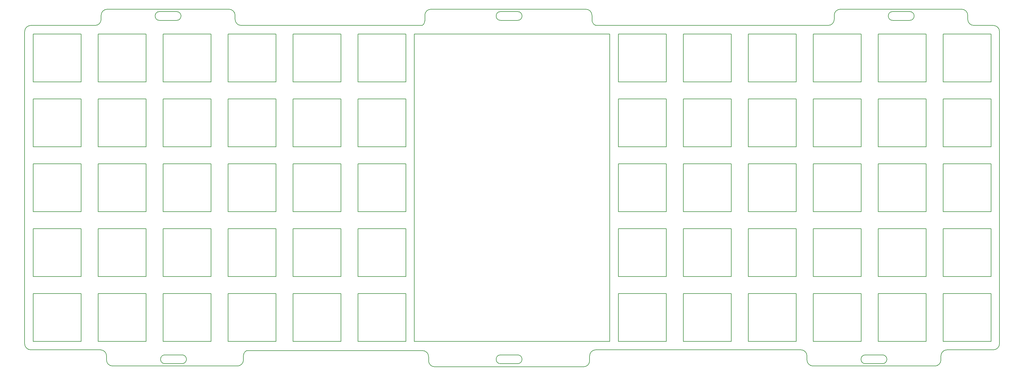
<source format=gm1>
G04 #@! TF.GenerationSoftware,KiCad,Pcbnew,(6.0.10)*
G04 #@! TF.CreationDate,2023-11-27T13:53:15-05:00*
G04 #@! TF.ProjectId,tofu60-plate,746f6675-3630-42d7-906c-6174652e6b69,rev?*
G04 #@! TF.SameCoordinates,Original*
G04 #@! TF.FileFunction,Profile,NP*
%FSLAX46Y46*%
G04 Gerber Fmt 4.6, Leading zero omitted, Abs format (unit mm)*
G04 Created by KiCad (PCBNEW (6.0.10)) date 2023-11-27 13:53:15*
%MOMM*%
%LPD*%
G01*
G04 APERTURE LIST*
G04 #@! TA.AperFunction,Profile*
%ADD10C,0.150000*%
G04 #@! TD*
G04 APERTURE END LIST*
D10*
X219078173Y-50006945D02*
G75*
G03*
X219760907Y-48602419I-1103373J1404545D01*
G01*
X290543642Y-52507078D02*
X290543642Y-66556453D01*
X309594017Y-90607238D02*
X309593781Y-104656554D01*
X352695059Y-128706521D02*
X366744434Y-128706341D01*
X200145198Y-142756411D02*
X200145198Y-128706277D01*
X123944406Y-71557158D02*
X137994017Y-71557158D01*
X276494503Y-90607238D02*
X290543642Y-90607238D01*
X104894503Y-104656613D02*
X104894503Y-90607238D01*
X295544406Y-123706693D02*
X295544406Y-109657318D01*
X372909151Y-145256040D02*
G75*
G03*
X371123140Y-147042020I-51J-1785960D01*
G01*
X221546907Y-45244407D02*
G75*
G03*
X219760907Y-47030425I-7J-1785993D01*
G01*
X142994781Y-142756411D02*
X142994781Y-128707010D01*
X118943642Y-90607238D02*
X118943642Y-104656613D01*
X314594781Y-123706693D02*
X314594781Y-109657318D01*
X164109382Y-48220919D02*
G75*
G03*
X165896657Y-50006918I1786018J19D01*
G01*
X118943642Y-123706693D02*
X104894503Y-123706693D01*
X220864096Y-148454304D02*
G75*
G03*
X222650157Y-150240304I1786104J104D01*
G01*
X276494503Y-109657318D02*
X290543642Y-109657318D01*
X314594781Y-52507078D02*
X328644156Y-52507078D01*
X166565426Y-148229599D02*
X166565426Y-147040975D01*
X142994781Y-109657318D02*
X157044156Y-109657318D01*
X361978157Y-48528782D02*
G75*
G03*
X361978157Y-45928818I43J1299982D01*
G01*
X371745198Y-123706693D02*
X371745198Y-109657318D01*
X176094059Y-123706516D02*
X162044920Y-123706693D01*
X276494503Y-123706693D02*
X276494503Y-109657318D01*
X378983932Y-48226372D02*
G75*
G03*
X380909157Y-50006939I1786068J72D01*
G01*
X328644156Y-109657318D02*
X328643920Y-123706575D01*
X347694295Y-128706585D02*
X347694295Y-142756411D01*
X157043920Y-85606415D02*
X142994781Y-85606533D01*
X200145198Y-71557158D02*
X200145198Y-85606533D01*
X118943642Y-109657318D02*
X118943642Y-123706693D01*
X366744434Y-90607238D02*
X366744198Y-104656377D01*
X104182983Y-50006910D02*
X123034657Y-50006912D01*
X214194573Y-52507078D02*
X214194337Y-66556158D01*
X142994781Y-85606533D02*
X142994781Y-71557158D01*
X143553151Y-146732490D02*
G75*
G03*
X143553151Y-149332510I49J-1300010D01*
G01*
X378983955Y-47030445D02*
G75*
G03*
X377197960Y-45244445I-1785955J45D01*
G01*
X123944406Y-104656613D02*
X123944406Y-90607238D01*
X176094295Y-128706585D02*
X176094295Y-142756411D01*
X276494503Y-128707498D02*
X290543642Y-128707118D01*
X195144434Y-71557158D02*
X195144198Y-85606297D01*
X241978157Y-48528785D02*
X246978157Y-48528785D01*
X220864119Y-147265681D02*
G75*
G03*
X219078151Y-145479681I-1785919J81D01*
G01*
X341619157Y-45244441D02*
X377197960Y-45244445D01*
X181095059Y-104656613D02*
X181095059Y-90607238D01*
X276494503Y-142756411D02*
X276494503Y-128707498D01*
X295544406Y-90607238D02*
X309594017Y-90607238D01*
X137994017Y-90607238D02*
X137993781Y-104656554D01*
X176094059Y-66556276D02*
X162044920Y-66556453D01*
X118943642Y-142756411D02*
X104894503Y-142756411D01*
X290543642Y-66556453D02*
X276494503Y-66556453D01*
X385794573Y-128706097D02*
X385794573Y-142756411D01*
X276494503Y-104656613D02*
X276494503Y-90607238D01*
X146965657Y-48528815D02*
G75*
G03*
X146965657Y-45928785I43J1300015D01*
G01*
X102396900Y-143467169D02*
G75*
G03*
X104182928Y-145253100I1786100J169D01*
G01*
X141965657Y-45928785D02*
X146965657Y-45928785D01*
X195144434Y-52507078D02*
X195144198Y-66556217D01*
X181095059Y-90607238D02*
X195144434Y-90607238D01*
X157043920Y-104656495D02*
X142994781Y-104656613D01*
X356978157Y-45928782D02*
G75*
G03*
X356978157Y-48528818I43J-1300018D01*
G01*
X371745198Y-90607238D02*
X385794573Y-90607238D01*
X123944406Y-85606533D02*
X123944406Y-71557158D01*
X295544406Y-85606533D02*
X295544406Y-71557158D01*
X347694295Y-142756411D02*
X333644920Y-142756411D01*
X333619140Y-150015590D02*
X369337140Y-150015590D01*
X137993781Y-123706634D02*
X123944406Y-123706693D01*
X157044156Y-109657318D02*
X157043920Y-123706575D01*
X356978157Y-45928818D02*
X361978157Y-45928818D01*
X241978157Y-45928815D02*
G75*
G03*
X241978157Y-48528785I43J-1299985D01*
G01*
X341619157Y-45244357D02*
G75*
G03*
X339833157Y-47030441I-57J-1785943D01*
G01*
X352695059Y-142756411D02*
X352695059Y-128706521D01*
X221546907Y-45244425D02*
X266996759Y-45244431D01*
X142994781Y-71557158D02*
X157044156Y-71557158D01*
X333644920Y-123706693D02*
X333644920Y-109657318D01*
X290543642Y-85606533D02*
X276494503Y-85606533D01*
X141965657Y-45928815D02*
G75*
G03*
X141965657Y-48528785I43J-1299985D01*
G01*
X195144434Y-109657318D02*
X195144198Y-123706457D01*
X290543642Y-90607238D02*
X290543642Y-104656613D01*
X314594781Y-66556453D02*
X314594781Y-52507078D01*
X200145198Y-123706693D02*
X200145198Y-109657318D01*
X328644156Y-128706830D02*
X328644156Y-142756411D01*
X200145198Y-90607238D02*
X214194573Y-90607238D01*
X104894503Y-66556453D02*
X104894503Y-52507078D01*
X104894503Y-90607238D02*
X118943642Y-90607238D01*
X137994017Y-128707074D02*
X137994017Y-142756411D01*
X290543642Y-142756411D02*
X276494503Y-142756411D01*
X268092140Y-148454304D02*
X268092140Y-147041210D01*
X214194337Y-85606238D02*
X200145198Y-85606533D01*
X385794337Y-66556158D02*
X371745198Y-66556453D01*
X141965657Y-48528785D02*
X146965657Y-48528785D01*
X142994781Y-66556453D02*
X142994781Y-52507078D01*
X157043920Y-123706575D02*
X142994781Y-123706693D01*
X333644920Y-90607238D02*
X347694295Y-90607238D01*
X388293990Y-51793000D02*
G75*
G03*
X386507842Y-50006910I-1786190J-100D01*
G01*
X162044920Y-123706693D02*
X162044920Y-109657318D01*
X195144198Y-123706457D02*
X181095059Y-123706693D01*
X333644920Y-128706766D02*
X347694295Y-128706585D01*
X241978151Y-146735469D02*
X246978151Y-146735469D01*
X214194337Y-104656318D02*
X200145198Y-104656613D01*
X118943642Y-52507078D02*
X118943642Y-66556453D01*
X371745198Y-109657318D02*
X385794573Y-109657318D01*
X347694059Y-66556276D02*
X333644920Y-66556453D01*
X181095059Y-123706693D02*
X181095059Y-109657318D01*
X385794573Y-109657318D02*
X385794337Y-123706398D01*
X339833157Y-47030441D02*
X339833157Y-48220940D01*
X314594781Y-142756411D02*
X314594781Y-128707010D01*
X123944406Y-52507078D02*
X137994017Y-52507078D01*
X167484151Y-145479684D02*
X219078151Y-145479681D01*
X241978151Y-146735531D02*
G75*
G03*
X241978151Y-149335469I49J-1299969D01*
G01*
X195144198Y-66556217D02*
X181095059Y-66556453D01*
X137994017Y-109657318D02*
X137993781Y-123706634D01*
X162044920Y-90607238D02*
X176094295Y-90607238D01*
X309594017Y-71557158D02*
X309593781Y-85606474D01*
X104894503Y-71557158D02*
X118943642Y-71557158D01*
X200145198Y-71557158D02*
X214194573Y-71557158D01*
X276494503Y-52507078D02*
X290543642Y-52507078D01*
X273996901Y-52507078D02*
X273996901Y-142756411D01*
X338047157Y-50006857D02*
G75*
G03*
X339833157Y-48220940I-57J1786057D01*
G01*
X331833140Y-148229590D02*
X331833140Y-147041582D01*
X309594017Y-128707074D02*
X309594017Y-142756411D01*
X352695059Y-71557158D02*
X366744434Y-71557158D01*
X214194337Y-123706398D02*
X200145198Y-123706693D01*
X137993781Y-66556394D02*
X123944406Y-66556453D01*
X333644920Y-104656613D02*
X333644920Y-90607238D01*
X348978151Y-146738714D02*
X353978151Y-146738714D01*
X366744434Y-128706341D02*
X366744434Y-142756411D01*
X385794573Y-52507078D02*
X385794337Y-66556158D01*
X137993781Y-85606474D02*
X123944406Y-85606533D01*
X268782703Y-48359854D02*
G75*
G03*
X269878157Y-50006932I1786197J154D01*
G01*
X309593781Y-66556394D02*
X295544406Y-66556453D01*
X200145198Y-66556453D02*
X200145198Y-52507078D01*
X137994017Y-71557158D02*
X137993781Y-85606474D01*
X331833118Y-147041582D02*
G75*
G03*
X330047151Y-145255582I-1786018J-18D01*
G01*
X123944406Y-123706693D02*
X123944406Y-109657318D01*
X309593781Y-85606474D02*
X295544406Y-85606533D01*
X142994781Y-104656613D02*
X142994781Y-90607238D01*
X371745198Y-128706277D02*
X385794573Y-128706097D01*
X309594017Y-142756411D02*
X295544406Y-142756411D01*
X200145198Y-52507078D02*
X214194573Y-52507078D01*
X181095059Y-109657318D02*
X195144434Y-109657318D01*
X216693932Y-52507078D02*
X273996901Y-52507078D01*
X200145198Y-109657318D02*
X214194573Y-109657318D01*
X333644920Y-71557158D02*
X347694295Y-71557158D01*
X366744198Y-104656377D02*
X352695059Y-104656613D01*
X371745198Y-85606533D02*
X371745198Y-71557158D01*
X137994017Y-52507078D02*
X137993781Y-66556394D01*
X142994781Y-52507078D02*
X157044156Y-52507078D01*
X371745198Y-66556453D02*
X371745198Y-52507078D01*
X333644920Y-66556453D02*
X333644920Y-52507078D01*
X352695059Y-52507078D02*
X366744434Y-52507078D01*
X328644156Y-90607238D02*
X328643920Y-104656495D01*
X157044156Y-71557158D02*
X157043920Y-85606415D01*
X142994781Y-123706693D02*
X142994781Y-109657318D01*
X369337140Y-150015540D02*
G75*
G03*
X371123140Y-148229590I60J1785940D01*
G01*
X276494503Y-85606533D02*
X276494503Y-71557158D01*
X176094295Y-52507078D02*
X176094059Y-66556276D01*
X214194573Y-71557158D02*
X214194337Y-85606238D01*
X214194573Y-142756411D02*
X200145198Y-142756411D01*
X102396895Y-143467169D02*
X102396907Y-51792996D01*
X162044920Y-142756411D02*
X162044920Y-128706766D01*
X366744434Y-52507078D02*
X366744198Y-66556217D01*
X126408059Y-147039740D02*
G75*
G03*
X124622151Y-145253741I-1785959J40D01*
G01*
X347694059Y-123706516D02*
X333644920Y-123706693D01*
X123944406Y-142756411D02*
X123944406Y-128707074D01*
X366744198Y-85606297D02*
X352695059Y-85606533D01*
X142994781Y-128707010D02*
X157044156Y-128706830D01*
X385794573Y-71557158D02*
X385794337Y-85606238D01*
X314594781Y-90607238D02*
X328644156Y-90607238D01*
X366744198Y-123706457D02*
X352695059Y-123706693D01*
X195144434Y-128706341D02*
X195144434Y-142756411D01*
X333644920Y-109657318D02*
X347694295Y-109657318D01*
X356978157Y-48528818D02*
X361978157Y-48528818D01*
X123944406Y-128707074D02*
X137994017Y-128707074D01*
X378983959Y-47030445D02*
X378983959Y-48226372D01*
X385794337Y-85606238D02*
X371745198Y-85606533D01*
X333644920Y-52507078D02*
X347694295Y-52507078D01*
X276494503Y-71557158D02*
X290543642Y-71557158D01*
X295544406Y-52507078D02*
X309594017Y-52507078D01*
X200145198Y-128706277D02*
X214194573Y-128706097D01*
X162044920Y-52507078D02*
X176094295Y-52507078D01*
X328643920Y-85606415D02*
X314594781Y-85606533D01*
X123944406Y-142756411D02*
X137994017Y-142756411D01*
X162044920Y-104656613D02*
X162044920Y-90607238D01*
X104894503Y-109657318D02*
X118943642Y-109657318D01*
X352695059Y-90607238D02*
X366744434Y-90607238D01*
X104182983Y-50006901D02*
G75*
G03*
X102396901Y-51792996I17J-1786099D01*
G01*
X386507789Y-145256331D02*
G75*
G03*
X388293931Y-143470299I111J1786031D01*
G01*
X295544406Y-128707118D02*
X309594017Y-128707074D01*
X331833210Y-148229590D02*
G75*
G03*
X333619140Y-150015590I1785890J-110D01*
G01*
X123944406Y-90607238D02*
X137994017Y-90607238D01*
X104894503Y-85606533D02*
X104894503Y-71557158D01*
X347694059Y-104656436D02*
X333644920Y-104656613D01*
X123944406Y-66556453D02*
X123944406Y-52507078D01*
X328643920Y-104656495D02*
X314594781Y-104656613D01*
X352695059Y-85606533D02*
X352695059Y-71557158D01*
X118943642Y-142756411D02*
X118943642Y-128707498D01*
X162044920Y-71557158D02*
X176094295Y-71557158D01*
X371745198Y-52507078D02*
X385794573Y-52507078D01*
X118943642Y-85606533D02*
X104894503Y-85606533D01*
X366744434Y-109657318D02*
X366744198Y-123706457D01*
X162044920Y-66556453D02*
X162044920Y-52507078D01*
X176094295Y-71557158D02*
X176094059Y-85606356D01*
X348978151Y-146738686D02*
G75*
G03*
X348978151Y-149338714I49J-1300014D01*
G01*
X273996901Y-142756411D02*
X216693931Y-142756411D01*
X290543642Y-71557158D02*
X290543642Y-85606533D01*
X290543642Y-142756411D02*
X290543642Y-128707118D01*
X143553151Y-146732510D02*
X148553151Y-146732510D01*
X164779426Y-150015626D02*
G75*
G03*
X166565426Y-148229599I-26J1786026D01*
G01*
X372909151Y-145256020D02*
X386507789Y-145256372D01*
X333644920Y-85606533D02*
X333644920Y-71557158D01*
X352695059Y-123706693D02*
X352695059Y-109657318D01*
X216693931Y-142756411D02*
X216693932Y-52507078D01*
X148553151Y-149332490D02*
G75*
G03*
X148553151Y-146732510I49J1299990D01*
G01*
X214194573Y-109657318D02*
X214194337Y-123706398D01*
X314594781Y-71557158D02*
X328644156Y-71557158D01*
X126606657Y-45244357D02*
G75*
G03*
X124820657Y-47030413I43J-1786043D01*
G01*
X353978151Y-149338686D02*
G75*
G03*
X353978151Y-146738714I49J1299986D01*
G01*
X371123140Y-148229590D02*
X371123140Y-147042020D01*
X104894503Y-142756411D02*
X104894503Y-128707498D01*
X380909157Y-50006939D02*
X386507842Y-50006910D01*
X347694295Y-71557158D02*
X347694059Y-85606356D01*
X123034657Y-50006857D02*
G75*
G03*
X124820657Y-48220912I43J1785957D01*
G01*
X195144198Y-85606297D02*
X181095059Y-85606533D01*
X126606657Y-45244413D02*
X162323395Y-45244418D01*
X162044920Y-85606533D02*
X162044920Y-71557158D01*
X220864157Y-148454304D02*
X220864157Y-147265681D01*
X157043920Y-66556335D02*
X142994781Y-66556453D01*
X385794337Y-123706398D02*
X371745198Y-123706693D01*
X371745198Y-142756411D02*
X371745198Y-128706277D01*
X164109382Y-47030418D02*
G75*
G03*
X162323395Y-45244418I-1785982J18D01*
G01*
X328643920Y-66556335D02*
X314594781Y-66556453D01*
X371745198Y-104656613D02*
X371745198Y-90607238D01*
X165896657Y-50006918D02*
X219078157Y-50006925D01*
X328644156Y-71557158D02*
X328643920Y-85606415D01*
X104894503Y-123706693D02*
X104894503Y-109657318D01*
X104182928Y-145253099D02*
X124622151Y-145253741D01*
X214194573Y-90607238D02*
X214194337Y-104656318D01*
X241978157Y-45928785D02*
X246978157Y-45928785D01*
X268782769Y-47030431D02*
G75*
G03*
X266996759Y-45244431I-1785969J31D01*
G01*
X214194337Y-66556158D02*
X200145198Y-66556453D01*
X246978151Y-149335531D02*
G75*
G03*
X246978151Y-146735469I49J1300031D01*
G01*
X157044156Y-52507078D02*
X157043920Y-66556335D01*
X328644156Y-142756411D02*
X314594781Y-142756411D01*
X295544406Y-104656613D02*
X295544406Y-90607238D01*
X143553151Y-149332510D02*
X148553151Y-149332510D01*
X295544406Y-109657318D02*
X309594017Y-109657318D01*
X181095059Y-85606533D02*
X181095059Y-71557158D01*
X246978157Y-48528815D02*
G75*
G03*
X246978157Y-45928785I43J1300015D01*
G01*
X366744434Y-71557158D02*
X366744198Y-85606297D01*
X385794573Y-90607238D02*
X385794337Y-104656318D01*
X118943642Y-66556453D02*
X104894503Y-66556453D01*
X295544406Y-71557158D02*
X309594017Y-71557158D01*
X269878151Y-145255140D02*
G75*
G03*
X268092140Y-147041210I49J-1786060D01*
G01*
X309593781Y-104656554D02*
X295544406Y-104656613D01*
X124820657Y-47030413D02*
X124820657Y-48220912D01*
X118943642Y-104656613D02*
X104894503Y-104656613D01*
X195144434Y-142756411D02*
X181095059Y-142756411D01*
X333644920Y-142756411D02*
X333644920Y-128706766D01*
X176094295Y-142756411D02*
X162044920Y-142756411D01*
X162044920Y-109657318D02*
X176094295Y-109657318D01*
X314594781Y-85606533D02*
X314594781Y-71557158D01*
X347694295Y-109657318D02*
X347694059Y-123706516D01*
X268782758Y-47030431D02*
X268782758Y-48359854D01*
X352695059Y-66556453D02*
X352695059Y-52507078D01*
X241978151Y-149335469D02*
X246978151Y-149335469D01*
X309593781Y-123706634D02*
X295544406Y-123706693D01*
X309594017Y-109657318D02*
X309593781Y-123706634D01*
X162044920Y-128706766D02*
X176094295Y-128706585D01*
X118943642Y-71557158D02*
X118943642Y-85606533D01*
X348978151Y-149338714D02*
X353978151Y-149338714D01*
X328643920Y-123706575D02*
X314594781Y-123706693D01*
X195144198Y-104656377D02*
X181095059Y-104656613D01*
X126408101Y-148229599D02*
G75*
G03*
X128194104Y-150015599I1785999J-1D01*
G01*
X366744198Y-66556217D02*
X352695059Y-66556453D01*
X176094295Y-109657318D02*
X176094059Y-123706516D01*
X157044156Y-90607238D02*
X157043920Y-104656495D01*
X309594017Y-52507078D02*
X309593781Y-66556394D01*
X157044156Y-128706830D02*
X157044156Y-142756411D01*
X200145198Y-104656613D02*
X200145198Y-90607238D01*
X385794337Y-104656318D02*
X371745198Y-104656613D01*
X385794573Y-142756411D02*
X371745198Y-142756411D01*
X176094059Y-104656436D02*
X162044920Y-104656613D01*
X347694295Y-52507078D02*
X347694059Y-66556276D01*
X314594781Y-104656613D02*
X314594781Y-90607238D01*
X181095059Y-142756411D02*
X181095059Y-128706521D01*
X104894503Y-128707498D02*
X118943642Y-128707498D01*
X142994781Y-90607238D02*
X157044156Y-90607238D01*
X290543642Y-104656613D02*
X276494503Y-104656613D01*
X214194573Y-128706097D02*
X214194573Y-142756411D01*
X388293932Y-51793000D02*
X388293931Y-143470299D01*
X269878157Y-50006932D02*
X338047157Y-50006940D01*
X266306140Y-150240240D02*
G75*
G03*
X268092140Y-148454304I60J1785940D01*
G01*
X195144434Y-90607238D02*
X195144198Y-104656377D01*
X164109395Y-47030418D02*
X164109395Y-48220919D01*
X137993781Y-104656554D02*
X123944406Y-104656613D01*
X352695059Y-104656613D02*
X352695059Y-90607238D01*
X181095059Y-66556453D02*
X181095059Y-52507078D01*
X222650157Y-150240304D02*
X266306140Y-150240304D01*
X181095059Y-128706521D02*
X195144434Y-128706341D01*
X269878151Y-145255210D02*
X330047151Y-145255582D01*
X314594781Y-128707010D02*
X328644156Y-128706830D01*
X352695059Y-109657318D02*
X366744434Y-109657318D01*
X176094059Y-85606356D02*
X162044920Y-85606533D01*
X128194104Y-150015599D02*
X164779426Y-150015599D01*
X295544406Y-128707118D02*
X295544406Y-142756411D01*
X219760907Y-47030425D02*
X219760907Y-48602419D01*
X295544406Y-66556453D02*
X295544406Y-52507078D01*
X366744434Y-142756411D02*
X352695059Y-142756411D01*
X181095059Y-52507078D02*
X195144434Y-52507078D01*
X276494503Y-66556453D02*
X276494503Y-52507078D01*
X104894503Y-52507078D02*
X118943642Y-52507078D01*
X328644156Y-52507078D02*
X328643920Y-66556335D01*
X126408104Y-148229599D02*
X126408104Y-147039740D01*
X347694295Y-90607238D02*
X347694059Y-104656436D01*
X290543642Y-123706693D02*
X276494503Y-123706693D01*
X176094295Y-90607238D02*
X176094059Y-104656436D01*
X123944406Y-109657318D02*
X137994017Y-109657318D01*
X371745198Y-71557158D02*
X385794573Y-71557158D01*
X290543642Y-109657318D02*
X290543642Y-123706693D01*
X314594781Y-109657318D02*
X328644156Y-109657318D01*
X181095059Y-71557158D02*
X195144434Y-71557158D01*
X347694059Y-85606356D02*
X333644920Y-85606533D01*
X157044156Y-142756411D02*
X142994781Y-142756411D01*
X167484143Y-145479670D02*
G75*
G03*
X166565426Y-147040975I867357J-1561330D01*
G01*
M02*

</source>
